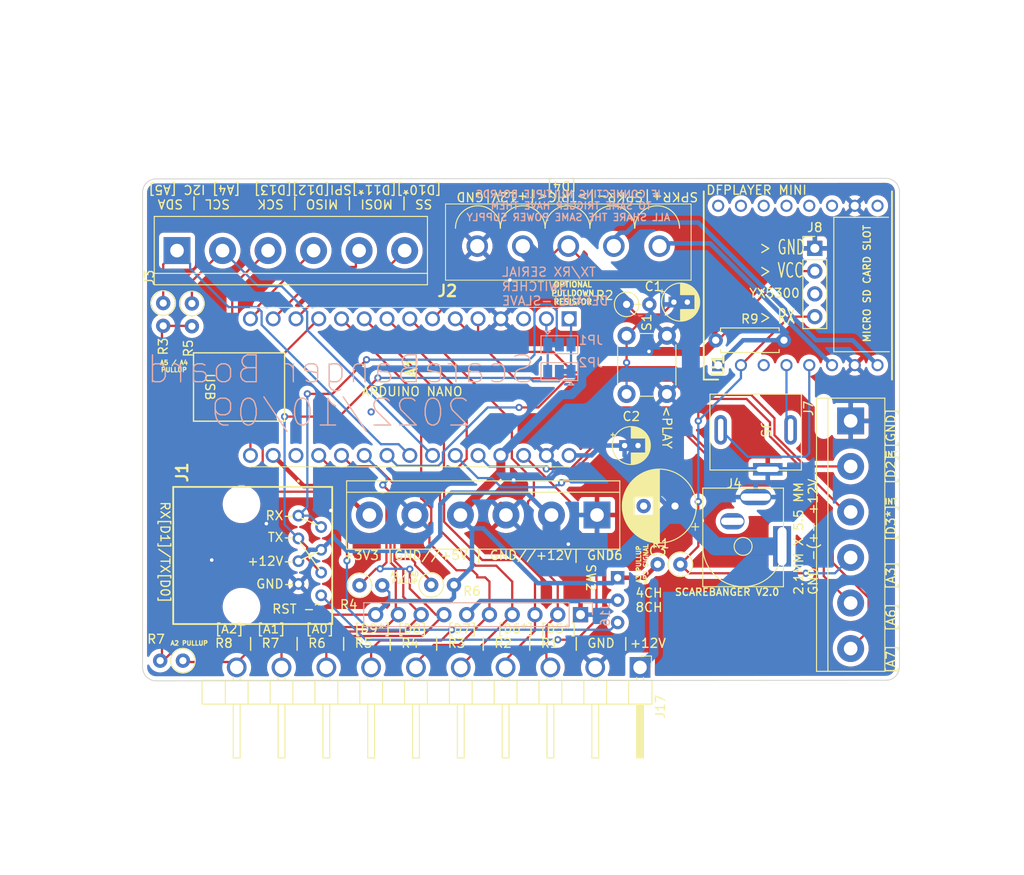
<source format=kicad_pcb>
(kicad_pcb (version 20211014) (generator pcbnew)
  (layers (0 "F.Cu" signal) (31 "B.Cu" signal) (34 "B.Paste" user) (35 "F.Paste" user) (36 "B.SilkS" user "B.Silkscreen") (37 "F.SilkS" user "F.Silkscreen") (38 "B.Mask" user) (39 "F.Mask" user) (44 "Edge.Cuts" user))
  (net 0 "")
  (net 1 "Net-(A1-Pad2)")
  (net 3 "GND")
  (net 4 "Net-(A1-Pad5)")
  (net 5 "Net-(A1-Pad6)")
  (net 6 "Net-(A1-Pad7)")
  (net 7 "Net-(A1-Pad8)")
  (net 8 "Net-(A1-Pad9)")
  (net 9 "Net-(A1-Pad10)")
  (net 10 "Net-(A1-Pad11)")
  (net 11 "Net-(A1-Pad12)")
  (net 12 "+3.3V")
  (net 14 "Net-(A1-Pad19)")
  (net 15 "Net-(A1-Pad20)")
  (net 16 "Net-(A1-Pad21)")
  (net 17 "Net-(A1-Pad13)")
  (net 18 "Net-(A1-Pad23)")
  (net 19 "Net-(A1-Pad24)")
  (net 20 "Net-(A1-Pad22)")
  (net 21 "Net-(A1-Pad26)")
  (net 22 "+5V")
  (net 23 "Net-(A1-Pad28)")
  (net 24 "+12V")
  (net 25 "SPKR -")
  (net 26 "SPKR +")
  (net 27 "Net-(A1-Pad14)")
  (net 28 "Net-(A1-Pad15)")
  (net 29 "Net-(A1-Pad16)")
  (net 30 "Net-(A1-Pad25)")
  (net 32 "Net-(J1-Pad1)")
  (net 33 "Net-(J1-Pad3)")
  (net 34 "Net-(A1-Pad1)")
  (net 35 "Net-(J16-Pad6)")
  (net 36 "Net-(R9-Pad2)")
  (net 45 "Net-(J5-Pad2)")
  (net 46 "Net-(J5-Pad3)")
  (footprint "Resistor_THT:R_Axial_DIN0207_L6.3mm_D2.5mm_P2.54mm_Vertical" (layer "F.Cu") (at 161 129 180)
    (fp_text reference "R1")
    (fp_text value "R")
  )
  (footprint "Resistor_THT:R_Axial_DIN0207_L6.3mm_D2.5mm_P2.54mm_Vertical" (layer "F.Cu") (at 103.3 99.855 -90)
    (fp_text reference "R3")
    (fp_text value "R")
  )
  (footprint "Capacitor_THT:CP_Radial_D4.0mm_P1.50mm" (layer "F.Cu") (at 160.277401 99.75)
    (fp_text reference "C1")
    (fp_text value "1uF")
  )
  (footprint "SamacSys_Parts:ARDNANO30NP" (layer "F.Cu") (at 148.59 101.61 -90)
    (fp_text reference "A1")
    (fp_text value "Arduino_Nano_v3.x" hide)
  )
  (footprint "Resistor_THT:R_Axial_DIN0207_L6.3mm_D2.5mm_P2.54mm_Vertical" (layer "F.Cu") (at 125.2 131.345)
    (fp_text reference "R4")
    (fp_text value "R")
  )
  (footprint "TerminalBlock:TerminalBlock_bornier-6_P5.08mm" (layer "F.Cu") (at 104.84 94)
    (fp_text reference "J3")
    (fp_text value "Screw_Terminal_01x06")
  )
  (footprint "Capacitor_THT:CP_Radial_D4.0mm_P1.50mm" (layer "F.Cu") (at 154.7774 115.75)
    (fp_text reference "C2")
    (fp_text value "1uF")
  )
  (footprint "Resistor_THT:R_Axial_DIN0207_L6.3mm_D2.5mm_P7.62mm_Horizontal" (layer "F.Cu") (at 164.94 104)
    (fp_text reference "R9")
    (fp_text value "1K")
  )
  (footprint "Resistor_THT:R_Axial_DIN0207_L6.3mm_D2.5mm_P2.54mm_Vertical" (layer "F.Cu") (at 133.2 131.3)
    (fp_text reference "R6")
    (fp_text value "R")
  )
  (footprint "custom:SpDt SlideSwitch" (layer "F.Cu") (at 154 130.5 -90)
    (fp_text reference "SW2")
    (fp_text value "SW_SPDT")
  )
  (footprint "TerminalBlock:TerminalBlock_bornier-6_P5.08mm" (layer "F.Cu") (at 151.7 123.5 180)
    (fp_text reference "J6")
    (fp_text value "Screw_Terminal_01x06")
  )
  (footprint "TerminalBlock:TerminalBlock_bornier-6_P5.08mm" (layer "F.Cu") (at 180 113 -90)
    (fp_text reference "J7")
    (fp_text value "Screw_Terminal_01x06")
  )
  (footprint "Connector_PinHeader_2.54mm:PinHeader_1x04_P2.54mm_Vertical" (layer "F.Cu") (at 176 93.75)
    (fp_text reference "J8")
    (fp_text value "Conn_01x04_Female")
  )
  (footprint "Resistor_THT:R_Axial_DIN0207_L6.3mm_D2.5mm_P2.54mm_Vertical" (layer "F.Cu") (at 106.5 99.9 -90)
    (fp_text reference "R5")
    (fp_text value "R")
  )
  (footprint "Capacitor_THT:CP_Radial_D8.0mm_P3.50mm" (layer "F.Cu") (at 160.402651 122.5 180)
    (fp_text reference "C3")
    (fp_text value "470uF 50V")
  )
  (footprint "Resistor_THT:R_Axial_DIN0207_L6.3mm_D2.5mm_P2.54mm_Vertical" (layer "F.Cu") (at 105.5 139.75 180)
    (fp_text reference "R7")
    (fp_text value "R")
  )
  (footprint "SamacSys_Parts:691311500105" (layer "F.Cu") (at 158.66 93.5 180)
    (fp_text reference "J2")
    (fp_text value "1757271" hide)
  )
  (footprint "Button_Switch_THT:SW_PUSH_6mm" (layer "F.Cu") (at 155 110 90)
    (fp_text reference "S1")
    (fp_text value "GPTS203211B")
  )
  (footprint "custom:PinHeader_1x10_P5.0mm_Horizontal" (layer "F.Cu") (at 156.5 140.5 -90)
    (fp_text reference "J17")
    (fp_text value "Screw_Terminal_01x10 -  HILETGO RLEAY BOARD")
  )
  (footprint "custom:PJ-301C HeadPhoneJack" (layer "F.Cu") (at 170 114 -90)
    (fp_text reference "J5")
    (fp_text value "AudioJack2_Ground")
  )
  (footprint "Resistor_THT:R_Axial_DIN0207_L6.3mm_D2.5mm_P2.54mm_Vertical" (layer "F.Cu") (at 155 100)
    (fp_text reference "R2")
    (fp_text value "10K")
  )
  (footprint "SamacSys_Parts:54602908LF" (layer "F.Cu") (at 118.384 123.571 -90)
    (fp_text reference "J1")
    (fp_text value "RJ45" hide)
  )
  (footprint "SamacSys_Parts:DIPS1778W50P254L2100H170Q16N" (layer "F.Cu") (at 165.22 106.78 90)
    (fp_text reference "U1")
    (fp_text value "DFR0299" hide)
  )
  (footprint "custom:Vertical-BarrelJack_54-00287" (layer "F.Cu") (at 168 127 180)
    (fp_text reference "J4")
    (fp_text value "Barrel_Jack_Switch")
  )
  (footprint "Connector_PinSocket_2.54mm:PinSocket_1x10_P2.54mm_Vertical" (layer "B.Cu") (at 149.86 134.62 90)
    (fp_text reference "J16")
    (fp_text value "Conn_01x10_Female - SAINSMART CONNECTOR")
  )
  (footprint "Jumper:SolderJumper-3_P1.3mm_Bridged12_Pad1.0x1.5mm" (layer "B.Cu") (at 147.5 104.5)
    (fp_text reference "JP1")
    (fp_text value "SolderJumper_3_Bridged12")
  )
  (footprint "Jumper:SolderJumper-3_P1.3mm_Bridged12_Pad1.0x1.5mm" (layer "B.Cu") (at 147.5 107.5 180)
    (fp_text reference "JP2")
    (fp_text value "SolderJumper_3_Bridged12")
  )
  (gr_line (start 116.84 105.41) (end 106.68 105.41) (layer "F.SilkS") (width 0.15))
  (gr_line (start 118.237 126.111) (end 120.904 129.794) (layer "F.SilkS") (width 0.15))
  (gr_line (start 118.364 123.698) (end 121.031 124.841) (layer "F.SilkS") (width 0.15))
  (gr_line (start 116.84 113.03) (end 116.84 105.41) (layer "F.SilkS") (width 0.15))
  (gr_line (start 106.68 105.41) (end 106.68 113.03) (layer "F.SilkS") (width 0.15))
  (gr_line (start 106.68 113.03) (end 116.84 113.03) (layer "F.SilkS") (width 0.15))
  (gr_line (start 118.364 128.651) (end 120.777 127.508) (layer "F.SilkS") (width 0.15))
  (gr_arc (start 183.93934 85.93934) (mid 185 86.37868) (end 185.43934 87.43934) (layer "Edge.Cuts") (width 0.1))
  (gr_arc (start 102.5 142) (mid 101.43934 141.56066) (end 101 140.5) (layer "Edge.Cuts") (width 0.1))
  (gr_line (start 183.93934 141.93934) (end 102.5 142) (layer "Edge.Cuts") (width 0.1))
  (gr_line (start 101 140.5) (end 101 87.5) (layer "Edge.Cuts") (width 0.1))
  (gr_line (start 102.5 86) (end 183.93934 85.93934) (layer "Edge.Cuts") (width 0.1))
  (gr_arc (start 101 87.5) (mid 101.43934 86.43934) (end 102.5 86) (layer "Edge.Cuts") (width 0.1))
  (gr_arc (start 185.43934 140.43934) (mid 185 141.5) (end 183.93934 141.93934) (layer "Edge.Cuts") (width 0.1))
  (gr_line (start 185.43934 87.43934) (end 185.43934 140.43934) (layer "Edge.Cuts") (width 0.1))
  (gr_text "TX/RX SERIAL\nSWITCHER\nDEFAULT-SLAVE" (at 141 98) (layer "B.SilkS") (effects (font (size 1 1)) (justify right mirror)))
  (gr_text "IF CONNECTING MULTIPLE BOARDS\nTO SAME TRIGGER HAVE THEM \nALL SHARE THE SAME POWER SUPPLY" (at 148.5 89) (layer "B.SilkS") (effects (font (size 0.8 0.8)) (justify mirror)))
  (gr_text "\nScareBanger Board\n2022/10/09" (at 123.1 107.25) (layer "B.SilkS") (effects (font (size 3 3)) (justify mirror)))
  (gr_text "A3 PULLUP\nMP3 SIGNAL" (at 156.75 129 -270) (layer "F.SilkS") (effects (font (size 0.5 0.5) (thickness 0.125))))
  (gr_text "+12V-" (at 115.316 128.651) (layer "F.SilkS") (effects (font (size 1 1))))
  (gr_text "<PLAY" (at 159.5 111.25 270) (layer "F.SilkS") (effects (font (size 1 1)) (justify left)))
  (gr_text "4CH\n8CH" (at 157.5 133) (layer "F.SilkS") (effects (font (size 1 1))))
  (gr_text "A5 / A4\nPULLUP" (at 104.5 106.9) (layer "F.SilkS") (effects (font (size 0.5 0.5) (thickness 0.125))))
  (gr_text "> GND\n> VCC\n\n> RX" (at 169.75 97.5) (layer "F.SilkS") (effects (font (size 1.6 1)) (justify left)))
  (gr_text "SS | MOSI | MISO | SCK    SCL | SDA\n[D10*][D11*]SPI[D12][D13]  [A4] I2C [A5]" (at 118 88 -180) (layer "F.SilkS") (effects (font (size 1 1))))
  (gr_text "A2 PULLUP" (at 106.2 137.8) (layer "F.SilkS") (effects (font (size 0.5 0.5) (thickness 0.125))))
  (gr_text "RX-" (at 116.332 123.571) (layer "F.SilkS") (effects (font (size 1 1))))
  (gr_text "[A7]  [A6]  [A3]   [D3*]   [D2] [GND]" (at 184.5 141.25 -270) (layer "F.SilkS") (effects (font (size 1 1)) (justify left)))
  (gr_text "USB" (at 108.5 109.2 -90) (layer "F.SilkS") (effects (font (size 1 1))))
  (gr_text "SPKR+|SPKR-|>TRIG<|+12V|GND" (at 149.5 88 -180) (layer "F.SilkS") (effects (font (size 1 1))))
  (gr_text "DFPLAYER MINI" (at 169.5 87.25) (layer "F.SilkS") (effects (font (size 1 1))))
  (gr_text "2.1MM X 5.5 MM\nGND -(+- +12V " (at 175 132.5 -270) (layer "F.SilkS") (effects (font (size 1 1)) (justify left)))
  (gr_text "YX5300" (at 171.5 98.75) (layer "F.SilkS") (effects (font (size 1 1))))
  (gr_text "RST -^" (at 118.11 133.985) (layer "F.SilkS") (effects (font (size 1 1))))
  (gr_text "A1 / A0\nPULLUP" (at 130.25 130.5) (layer "F.SilkS") (effects (font (size 0.5 0.5) (thickness 0.125))))
  (gr_text "[D4]" (at 147.75 86.75 -180) (layer "F.SilkS") (effects (font (size 1 1))))
  (gr_text "GND-" (at 115.824 131.191) (layer "F.SilkS") (effects (font (size 1 1))))
  (gr_text "TX-" (at 116.459 125.984) (layer "F.SilkS") (effects (font (size 1 1))))
  (gr_text "[A2]  [A1]   [A0]   [D9*] [D8]   [D7]   [D6*] [D5*]\nR8  | R7  | R6  | R5  | R4  | R3  | R2  | R1  | GND |+12V\n" (at 109 137) (layer "F.SilkS") (effects (font (size 1 1)) (justify left)))
  (gr_text "RX[D1]/TX[D0]" (at 103.505 127.635 -90) (layer "F.SilkS") (effects (font (size 1 1))))
  (gr_text "INT" (at 184.5 122) (layer "F.SilkS") (effects (font (size 0.6 0.6))))
  (gr_text "INT" (at 184.5 116.75) (layer "F.SilkS") (effects (font (size 0.6 0.6))))
  (gr_text "OPTIONAL\nPULLDOWN\nRESISTOR" (at 149 98.75) (layer "F.SilkS") (effects (font (size 0.6 0.6))))
  (gr_text "ARDUINO NANO" (at 131.064 109.728) (layer "F.SilkS") (effects (font (size 1 1))))
  (gr_text "+3V3 |GND//+5V | GND//+12V| GND" (at 138.5 128) (layer "F.SilkS") (effects (font (size 1 1))))
  (gr_text "SCAREBANGER V2.0" (at 160.3 132.1) (layer "F.SilkS") (effects (font (size 0.8 0.8)) (justify left)))
  (via (at 126.5 112) (size 0.8) (drill 0.4) (layers "F.Cu" "B.Cu") (net 0))
  (segment (start 146.05 104.35) (end 146.2 104.5) (width 0.25) (layer "B.Cu") (net 1))
  (segment (start 146.05 101.61) (end 146.05 104.35) (width 0.25) (layer "B.Cu") (net 1))
  (segment (start 146.2 104.5) (end 146.2 107.5) (width 0.25) (layer "B.Cu") (net 1))
  (segment (start 140.462 122.7695) (end 140.97 122.2615) (width 0.5) (layer "F.Cu") (net 3))
  (via (at 122 123) (size 0.8) (drill 0.4) (layers "F.Cu" "B.Cu") (net 3))
  (via (at 114.808 124.46) (size 0.8) (drill 0.4) (layers "F.Cu" "B.Cu") (net 3))
  (via (at 141.986 97.282) (size 0.8) (drill 0.4) (layers "F.Cu" "B.Cu") (net 3))
  (via (at 148.5 126.75) (size 0.8) (drill 0.4) (layers "F.Cu" "B.Cu") (net 3))
  (via (at 108.712 128.524) (size 0.8) (drill 0.4) (layers "F.Cu" "B.Cu") (net 3))
  (via (at 142.4 119.6) (size 0.8) (drill 0.4) (layers "F.Cu" "B.Cu") (net 3))
  (segment (start 146.767299 118.658006) (end 145.825305 119.6) (width 0.25) (layer "B.Cu") (net 3))
  (segment (start 146.767299 117.567299) (end 146.767299 118.658006) (width 0.25) (layer "B.Cu") (net 3))
  (segment (start 145.825305 119.6) (end 142.4 119.6) (width 0.25) (layer "B.Cu") (net 3))
  (segment (start 146.05 116.85) (end 146.767299 117.567299) (width 0.25) (layer "B.Cu") (net 3))
  (segment (start 174.980431 118.08) (end 180 118.08) (width 0.25) (layer "F.Cu") (net 4))
  (segment (start 162.933687 110.100413) (end 168.899587 110.100413) (width 0.25) (layer "F.Cu") (net 4))
  (segment (start 171.5 114.599569) (end 174.980431 118.08) (width 0.25) (layer "F.Cu") (net 4))
  (segment (start 149.1 107.6) (end 160.433274 107.6) (width 0.25) (layer "F.Cu") (net 4))
  (segment (start 138.43 103.513604) (end 140.216396 105.3) (width 0.25) (layer "F.Cu") (net 4))
  (segment (start 140.216396 105.3) (end 146.8 105.3) (width 0.25) (layer "F.Cu") (net 4))
  (segment (start 160.433274 107.6) (end 162.933687 110.100413) (width 0.25) (layer "F.Cu") (net 4))
  (segment (start 171.5 112.700826) (end 171.5 114.599569) (width 0.25) (layer "F.Cu") (net 4))
  (segment (start 146.8 105.3) (end 149.1 107.6) (width 0.25) (layer "F.Cu") (net 4))
  (segment (start 168.899587 110.100413) (end 171.5 112.700826) (width 0.25) (layer "F.Cu") (net 4))
  (segment (start 138.43 101.61) (end 138.43 103.513604) (width 0.25) (layer "F.Cu") (net 4))
  (segment (start 168.899587 110.100413) (end 168.979587 110.100413) (width 0.25) (layer "F.Cu") (net 4))
  (segment (start 162.747291 110.550413) (end 168.390413 110.550413) (width 0.25) (layer "F.Cu") (net 5))
  (segment (start 171 113.16) (end 171 114.735965) (width 0.25) (layer "F.Cu") (net 5))
  (segment (start 142.53 108.25) (end 147.757208 108.25) (width 0.25) (layer "F.Cu") (net 5))
  (segment (start 160.246878 108.05) (end 162.747291 110.550413) (width 0.25) (layer "F.Cu") (net 5))
  (segment (start 135.89 101.61) (end 142.53 108.25) (width 0.25) (layer "F.Cu") (net 5))
  (segment (start 168.390413 110.550413) (end 171 113.16) (width 0.25) (layer "F.Cu") (net 5))
  (segment (start 179.424035 123.16) (end 180 123.16) (width 0.25) (layer "F.Cu") (net 5))
  (segment (start 171 114.735965) (end 179.424035 123.16) (width 0.25) (layer "F.Cu") (net 5))
  (segment (start 147.957208 108.05) (end 160.246878 108.05) (width 0.25) (layer "F.Cu") (net 5))
  (segment (start 147.757208 108.25) (end 147.957208 108.05) (width 0.25) (layer "F.Cu") (net 5))
  (segment (start 155 100) (end 156.125 101.125) (width 0.25) (layer "F.Cu") (net 6))
  (segment (start 135.96 99) (end 142.195 99) (width 0.25) (layer "F.Cu") (net 6))
  (segment (start 156.125 102.375) (end 155 103.5) (width 0.25) (layer "F.Cu") (net 6))
  (segment (start 148.5 93.5) (end 155 100) (width 0.25) (layer "F.Cu") (net 6))
  (segment (start 155 103.5) (end 155 106.5) (width 0.25) (layer "F.Cu") (net 6))
  (segment (start 142.195 99) (end 148 93.195) (width 0.25) (layer "F.Cu") (net 6))
  (segment (start 158.902401 101.125) (end 160.277401 99.75) (width 0.25) (layer "F.Cu") (net 6))
  (segment (start 133.35 101.61) (end 135.96 99) (width 0.25) (layer "F.Cu") (net 6))
  (segment (start 156.125 101.125) (end 158.902401 101.125) (width 0.25) (layer "F.Cu") (net 6))
  (segment (start 156.125 101.125) (end 156.125 102.375) (width 0.25) (layer "F.Cu") (net 6))
  (via (at 155 106.5) (size 0.8) (drill 0.4) (layers "F.Cu" "B.Cu") (net 6))
  (segment (start 155 106.5) (end 155 110) (width 0.25) (layer "B.Cu") (net 6))
  (segment (start 144.655 119.631953) (end 142.2 117.176953) (width 0.25) (layer "F.Cu") (net 7))
  (segment (start 147.32 131.191) (end 144 127.871) (width 0.25) (layer "F.Cu") (net 7))
  (segment (start 146.05 140.208) (end 146.05 135.89) (width 0.25) (layer "F.Cu") (net 7))
  (segment (start 142.2 117.176953) (end 142.2 113) (width 0.25) (layer "F.Cu") (net 7))
  (segment (start 144 127.871) (end 144 122) (width 0.25) (layer "F.Cu") (net 7))
  (segment (start 144.655 121.345) (end 144.655 119.631953) (width 0.25) (layer "F.Cu") (net 7))
  (segment (start 147.32 134.62) (end 147.32 131.191) (width 0.25) (layer "F.Cu") (net 7))
  (segment (start 144 122) (end 144.655 121.345) (width 0.25) (layer "F.Cu") (net 7))
  (segment (start 142.2 113) (end 130.81 101.61) (width 0.25) (layer "F.Cu") (net 7))
  (segment (start 146.05 135.89) (end 147.32 134.62) (width 0.25) (layer "F.Cu") (net 7))
  (segment (start 137.16 110.5) (end 137.16 117.221) (width 0.25) (layer "F.Cu") (net 8))
  (segment (start 142.367 128.524) (end 144.78 130.937) (width 0.25) (layer "F.Cu") (net 8))
  (segment (start 144.78 136.398) (end 144.78 134.62) (width 0.25) (layer "F.Cu") (net 8))
  (segment (start 134.635 119.746) (end 134.635 124.25594) (width 0.25) (layer "F.Cu") (net 8))
  (segment (start 137.16 117.221) (end 134.635 119.746) (width 0.25) (layer "F.Cu") (net 8))
  (segment (start 128.27 101.61) (end 137.16 110.5) (width 0.25) (layer "F.Cu") (net 8))
  (segment (start 138.90306 128.524) (end 142.367 128.524) (width 0.25) (layer "F.Cu") (net 8))
  (segment (start 144.78 130.937) (end 144.78 134.62) (width 0.25) (layer "F.Cu") (net 8))
  (segment (start 140.97 140.208) (end 144.78 136.398) (width 0.25) (layer "F.Cu") (net 8))
  (segment (start 134.635 124.25594) (end 138.90306 128.524) (width 0.25) (layer "F.Cu") (net 8))
  (segment (start 134.62 110.5) (end 134.62 119.124604) (width 0.25) (layer "F.Cu") (net 9))
  (segment (start 138.159 129.159) (end 140.462 129.159) (width 0.25) (layer "F.Cu") (net 9))
  (segment (start 140.462 129.159) (end 142.24 130.937) (width 0.25) (layer "F.Cu") (net 9))
  (segment (start 134.185 119.559604) (end 134.185 125.185) (width 0.25) (layer "F.Cu") (net 9))
  (segment (start 125.73 101.61) (end 134.62 110.5) (width 0.25) (layer "F.Cu") (net 9))
  (segment (start 142.24 134.62) (end 136.652 140.208) (width 0.25) (layer "F.Cu") (net 9))
  (segment (start 134.62 119.124604) (end 134.185 119.559604) (width 0.25) (layer "F.Cu") (net 9))
  (segment (start 142.24 130.937) (end 142.24 134.62) (width 0.25) (layer "F.Cu") (net 9))
  (segment (start 134.185 125.185) (end 138.159 129.159) (width 0.25) (layer "F.Cu") (net 9))
  (segment (start 123.19 101.61) (end 132.08 110.5) (width 0.25) (layer "F.Cu") (net 10))
  (segment (start 138.335 130.461) (end 139.224 130.461) (width 0.25) (layer "F.Cu") (net 10))
  (segment (start 133.205 122.74406) (end 133.205 124.25594) (width 0.25) (layer "F.Cu") (net 10))
  (segment (start 133.205 124.25594) (end 133 124.46094) (width 0.25) (layer "F.Cu") (net 10))
  (segment (start 133 124.46094) (end 133 126.65) (width 0.25) (layer "F.Cu") (net 10))
  (segment (start 133 126.65) (end 136.017 129.667) (width 0.25) (layer "F.Cu") (net 10))
  (segment (start 139.7 130.937) (end 139.7 134.62) (width 0.25) (layer "F.Cu") (net 10))
  (segment (start 139.7 134.62) (end 136.32 138) (width 0.25) (layer "F.Cu") (net 10))
  (segment (start 136.32 138) (end 133.5 138) (width 0.25) (layer "F.Cu") (net 10))
  (segment (start 133.5 138) (end 131.5 140) (width 0.25) (layer "F.Cu") (net 10))
  (segment (start 139.224 130.461) (end 139.7 130.937) (width 0.25) (layer "F.Cu") (net 10))
  (segment (start 137.795 129.667) (end 138.335 130.207) (width 0.25) (layer "F.Cu") (net 10))
  (segment (start 136.017 129.667) (end 137.795 129.667) (width 0.25) (layer "F.Cu") (net 10))
  (segment (start 132.08 110.5) (end 132.08 121.675) (width 0.25) (layer "F.Cu") (net 10))
  (segment (start 138.335 130.207) (end 138.335 130.461) (width 0.25) (layer "F.Cu") (net 10))
  (segment (start 132.08 121.675) (end 132.13594 121.675) (width 0.25) (layer "F.Cu") (net 10))
  (segment (start 132.13594 121.675) (end 133.205 122.74406) (width 0.25) (layer "F.Cu") (net 10))
  (segment (start 127.5 137.5) (end 126.5 138.5) (width 0.25) (layer "F.Cu") (net 11))
  (segment (start 114.4 107.86) (end 120.331802 101.928198) (width 0.25) (layer "F.Cu") (net 11))
  (segment (start 120.925305 120.9) (end 114.534414 120.9) (width 0.25) (layer "F.Cu") (net 11))
  (segment (start 135.5 136.3) (end 134.3 137.5) (width 0.25) (layer "F.Cu") (net 11))
  (segment (start 114.4 120.765586) (end 114.4 107.86) (width 0.25) (layer "F.Cu") (net 11))
  (segment (start 123.8 123.774695) (end 120.925305 120.9) (width 0.25) (layer "F.Cu") (net 11))
  (segment (start 123.8 128.6) (end 123.8 123.774695) (width 0.25) (layer "F.Cu") (net 11))
  (segment (start 134.3 137.5) (end 127.5 137.5) (width 0.25) (layer "F.Cu") (net 11))
  (segment (start 114.534414 120.9) (end 114.4 120.765586) (width 0.25) (layer "F.Cu") (net 11))
  (segment (start 126.5 138.5) (end 126.5 140) (width 0.25) (layer "F.Cu") (net 11))
  (via (at 135.5 136.3) (size 0.8) (drill 0.4) (layers "F.Cu" "B.Cu") (net 11))
  (via (at 123.8 128.6) (size 0.8) (drill 0.4) (layers "F.Cu" "B.Cu") (net 11))
  (segment (start 126.289977 136.3) (end 123.8 133.810023) (width 0.25) (layer "B.Cu") (net 11))
  (segment (start 135.5 136.3) (end 153.2 136.3) (width 0.25) (layer "B.Cu") (net 11))
  (segment (start 135.5 136.3) (end 126.289977 136.3) (width 0.25) (layer "B.Cu") (net 11))
  (segment (start 123.8 133.810023) (end 123.8 128.6) (width 0.25) (layer "B.Cu") (net 11))
  (segment (start 153.2 136.3) (end 154 135.5) (width 0.25) (layer "B.Cu") (net 11))
  (segment (start 127.15 122.7695) (end 126.7065 122.7695) (width 0.25) (layer "F.Cu") (net 12))
  (segment (start 122.769 120.269) (end 126 123.5) (width 0.5) (layer "F.Cu") (net 12))
  (segment (start 118.989 120.269) (end 122.769 120.269) (width 0.5) (layer "F.Cu") (net 12))
  (segment (start 115.57 116.85) (end 118.989 120.269) (width 0.5) (layer "F.Cu") (net 12))
  (segment (start 133.72 134.62) (end 134.62 134.62) (width 0.25) (layer "F.Cu") (net 14))
  (segment (start 132.24 137) (end 122 137) (width 0.25) (layer "F.Cu") (net 14))
  (segment (start 121.5 137.5) (end 121.5 140) (width 0.25) (layer "F.Cu") (net 14))
  (segment (start 128.205 122.055) (end 128.205 128.795) (width 0.25) (layer "F.Cu") (net 14))
  (segment (start 133.255 134.133299) (end 133.255 134.155) (width 0.25) (layer "F.Cu") (net 14))
  (segment (start 134.62 134.62) (end 132.24 137) (width 0.25) (layer "F.Cu") (net 14))
  (segment (start 132.566701 133.445) (end 133.255 134.133299) (width 0.25) (layer "F.Cu") (net 14))
  (segment (start 133.255 134.155) (end 133.72 134.62) (width 0.25) (layer "F.Cu") (net 14))
  (segment (start 120.65 116.85) (end 123.053 119.253) (width 0.25) (layer "F.Cu") (net 14))
  (segment (start 123.053 119.253) (end 125.403 119.253) (width 0.25) (layer "F.Cu") (net 14))
  (segment (start 132.545 133.445) (end 132.566701 133.445) (width 0.25) (layer "F.Cu") (net 14))
  (segment (start 130.81 131.71) (end 132.545 133.445) (width 0.25) (layer "F.Cu") (net 14))
  (segment (start 130.81 129.54) (end 130.81 131.71) (width 0.25) (layer "F.Cu") (net 14))
  (segment (start 122 137) (end 121.5 137.5) (width 0.25) (layer "F.Cu") (net 14))
  (segment (start 127.045 129.5) (end 127.5 129.5) (width 0.25) (layer "F.Cu") (net 14))
  (segment (start 125.2 131.345) (end 127.045 129.5) (width 0.25) (layer "F.Cu") (net 14))
  (segment (start 125.403 119.253) (end 128.205 122.055) (width 0.25) (layer "F.Cu") (net 14))
  (segment (start 128.205 128.795) (end 127.5 129.5) (width 0.25) (layer "F.Cu") (net 14))
  (via (at 127.5 129.5) (size 0.8) (drill 0.4) (layers "F.Cu" "B.Cu") (net 14))
  (via (at 130.81 129.54) (size 0.8) (drill 0.4) (layers "F.Cu" "B.Cu") (net 14))
  (segment (start 127.5 129.5) (end 130.77 129.5) (width 0.25) (layer "B.Cu") (net 14))
  (segment (start 130.77 129.5) (end 130.81 129.54) (width 0.25) (layer "B.Cu") (net 14))
  (segment (start 132.08 134.62) (end 130.2 136.5) (width 0.25) (layer "F.Cu") (net 15))
  (segment (start 129.958 120.958) (end 127.062793 118.062793) (width 0.25) (layer "F.Cu") (net 15))
  (segment (start 131.4 128.8) (end 131.4 129.095991) (width 0.25) (layer "F.Cu") (net 15))
  (segment (start 129.105 128.405) (end 129.105 128.605) (width 0.25) (layer "F.Cu") (net 15))
  (segment (start 116.5 138) (end 116.5 140) (width 0.25) (layer "F.Cu") (net 15))
  (segment (start 127.062793 118.062793) (end 124.402793 118.062793) (width 0.25) (layer "F.Cu") (net 15))
  (segment (start 129.105 128.405) (end 131.005 128.405) (width 0.25) (layer "F.Cu") (net 15))
  (segment (start 129.958 121.078) (end 129.958 120.958) (width 0.25) (layer "F.Cu") (net 15))
  (segment (start 131.005 128.405) (end 131.4 128.8) (width 0.25) (layer "F.Cu") (net 15))
  (segment (start 124.402793 118.062793) (end 123.19 116.85) (width 0.25) (layer "F.Cu") (net 15))
  (segment (start 118 136.5) (end 116.5 138) (width 0.25) (layer "F.Cu") (net 15))
  (segment (start 129.105 121.931) (end 129.105 128.405) (width 0.25) (layer "F.Cu") (net 15))
  (segment (start 130.2 136.5) (end 118 136.5) (width 0.25) (layer "F.Cu") (net 15))
  (segment (start 130.085 129.585) (end 130.085 132.625) (width 0.25) (layer "F.Cu") (net 15))
  (segment (start 129.958 121.078) (end 129.105 121.931) (width 0.25) (layer "F.Cu") (net 15))
  (segment (start 129.105 128.605) (end 130.085 129.585) (width 0.25) (layer "F.Cu") (net 15))
  (segment (start 133.1 130.795991) (end 133.1 131.745) (width 0.25) (layer "F.Cu") (net 15))
  (segment (start 130.085 132.625) (end 132.08 134.62) (width 0.25) (layer "F.Cu") (net 15))
  (segment (start 131.4 129.095991) (end 133.1 130.795991) (width 0.25) (layer "F.Cu") (net 15))
  (segment (start 128.655 121.744604) (end 128.655 128.791396) (width 0.25) (layer "F.Cu") (net 16))
  (segment (start 115.5 136) (end 111.5 140) (width 0.25) (layer "F.Cu") (net 16))
  (segment (start 129.25 129.386396) (end 129.25 134.33) (width 0.25) (layer "F.Cu") (net 16))
  (segment (start 127.8 120.15) (end 129.024802 121.374802) (width 0.25) (layer "F.Cu") (net 16))
  (segment (start 128.16 136) (end 115.5 136) (width 0.25) (layer "F.Cu") (net 16))
  (segment (start 129.024802 121.374802) (end 128.655 121.744604) (width 0.25) (layer "F.Cu") (net 16))
  (segment (start 129.54 134.62) (end 128.16 136) (width 0.25) (layer "F.Cu") (net 16))
  (segment (start 129.25 134.33) (end 129.54 134.62) (width 0.25) (layer "F.Cu") (net 16))
  (segment (start 105.7 139.9) (end 110.9 139.9) (width 0.25) (layer "F.Cu") (net 16))
  (segment (start 110.9 139.9) (end 111.5 140.5) (width 0.25) (layer "F.Cu") (net 16))
  (segment (start 128.655 128.791396) (end 129.25 129.386396) (width 0.25) (layer "F.Cu") (net 16))
  (via (at 127.8 120.15) (size 0.8) (drill 0.4) (layers "F.Cu" "B.Cu") (net 16))
  (segment (start 127.8 120.15) (end 128.225 119.725) (width 0.25) (layer "B.Cu") (net 16))
  (segment (start 128.225 119.345) (end 125.73 116.85) (width 0.25) (layer "B.Cu") (net 16))
  (segment (start 128.225 119.725) (end 128.225 119.345) (width 0.25) (layer "B.Cu") (net 16))
  (segment (start 128.225 119.725) (end 128.27 119.68) (width 0.25) (layer "B.Cu") (net 16))
  (segment (start 125.24 99) (end 130.24 94) (width 0.25) (layer "F.Cu") (net 17))
  (segment (start 118.11 101.61) (end 120.72 99) (width 0.25) (layer "F.Cu") (net 17))
  (segment (start 120.72 99) (end 125.24 99) (width 0.25) (layer "F.Cu") (net 17))
  (segment (start 103.3 95.54) (end 104.84 94) (width 0.25) (layer "F.Cu") (net 18))
  (segment (start 103.3 99.855) (end 103.3 95.54) (width 0.25) (layer "F.Cu") (net 18))
  (segment (start 114.28 102.290001) (end 114.28 100.818) (width 0.25) (layer "B.Cu") (net 18))
  (segment (start 130.81 116.85) (end 129.56 115.6) (width 0.25) (layer "B.Cu") (net 18))
  (segment (start 129.56 115.6) (end 127.589999 115.6) (width 0.25) (layer "B.Cu") (net 18))
  (segment (start 106.3 96) (end 106.3 95.46) (width 0.25) (layer "B.Cu") (net 18))
  (segment (start 106.3 95.46) (end 104.84 94) (width 0.25) (layer "B.Cu") (net 18))
  (segment (start 114.28 100.818) (end 113.759207 100.297207) (width 0.25) (layer "B.Cu") (net 18))
  (segment (start 110.597207 100.297207) (end 106.3 96) (width 0.25) (layer "B.Cu") (net 18))
  (segment (start 113.759207 100.297207) (end 110.597207 100.297207) (width 0.25) (layer "B.Cu") (net 18))
  (segment (start 127.589999 115.6) (end 114.28 102.290001) (width 0.25) (layer "B.Cu") (net 18))
  (segment (start 106.5 99.9) (end 106.5 97.42) (width 0.25) (layer "F.Cu") (net 19))
  (segment (start 106.5 97.42) (end 109.92 94) (width 0.25) (layer "F.Cu") (net 19))
  (segment (start 116.506415 97.964415) (end 119.36 100.818) (width 0.25) (layer "B.Cu") (net 19))
  (segment (start 113.884415 97.964415) (end 116.506415 97.964415) (width 0.25) (layer "B.Cu") (net 19))
  (segment (start 119.36 102.86) (end 133.35 116.85) (width 0.25) (layer "B.Cu") (net 19))
  (segment (start 109.92 94) (end 113.884415 97.964415) (width 0.25) (layer "B.Cu") (net 19))
  (segment (start 119.36 100.818) (end 119.36 102.86) (width 0.25) (layer "B.Cu") (net 19))
  (segment (start 163 111.439518) (end 163 113) (width 0.25) (layer "F.Cu") (net 20))
  (segment (start 163 127) (end 161 129) (width 0.25) (layer "F.Cu") (net 20))
  (segment (start 162 130) (end 175 130) (width 0.25) (layer "F.Cu") (net 20))
  (segment (start 161 129) (end 162 130) (width 0.25) (layer "F.Cu") (net 20))
  (segment (start 176 101.37) (end 173.17 101.37) (width 0.25) (layer "F.Cu") (net 20))
  (segment (start 163 122) (end 163 127) (width 0.25) (layer "F.Cu") (net 20))
  (segment (start 145.143604 111.5) (end 148.143604 108.5) (width 0.25) (layer "F.Cu") (net 20))
  (segment (start 160.060482 108.5) (end 163 111.439518) (width 0.25) (layer "F.Cu") (net 20))
  (segment (start 143 111.5) (end 145.143604 111.5) (width 0.25) (layer "F.Cu") (net 20))
  (segment (start 148.143604 108.5) (end 160.060482 108.5) (width 0.25) (layer "F.Cu") (net 20))
  (segment (start 173.17 101.37) (end 167.76 106.78) (width 0.25) (layer "F.Cu") (net 20))
  (via (at 175 130) (size 0.8) (drill 0.4) (layers "F.Cu" "B.Cu") (net 20))
  (via (at 163 113) (size 0.8) (drill 0.4) (layers "F.Cu" "B.Cu") (net 20))
  (via (at 163 122) (size 0.8) (drill 0.4) (layers "F.Cu" "B.Cu") (net 20))
  (via (at 143 111.5) (size 0.8) (drill 0.4) (layers "F.Cu" "B.Cu") (net 20))
  (segment (start 178.24 130) (end 180 128.24) (width 0.25) (layer "B.Cu") (net 20))
  (segment (start 134.5075 117.4925) (end 134.5075 116.5) (width 0.25) (layer "B.Cu") (net 20))
  (segment (start 175 130) (end 178.24 130) (width 0.25) (layer "B.Cu") (net 20))
  (segment (start 139.5075 111.5) (end 143 111.5) (width 0.25) (layer "B.Cu") (net 20))
  (segment (start 134.5075 116.5) (end 139.5075 111.5) (width 0.25) (layer "B.Cu") (net 20))
  (segment (start 128.27 116.85) (end 129.4275 118.0075) (width 0.25) (layer "B.Cu") (net 20))
  (segment (start 133.9925 118.0075) (end 134.5075 117.4925) (width 0.25) (layer "B.Cu") (net 20))
  (segment (start 129.4275 118.0075) (end 133.9925 118.0075) (width 0.25) (layer "B.Cu") (net 20))
  (segment (start 163 113) (end 163 122) (width 0.25) (layer "B.Cu") (net 20))
  (segment (start 163 113) (end 167.76 108.24) (width 0.25) (layer "B.Cu") (net 20))
  (segment (start 167.76 108.24) (end 167.76 106.78) (width 0.25) (layer "B.Cu") (net 20))
  (segment (start 146.042299 118.357701) (end 147.323006 118.357701) (width 0.25) (layer "F.Cu") (net 21))
  (segment (start 147.323006 118.357701) (end 147.865305 118.9) (width 0.25) (layer "F.Cu") (net 21))
  (segment (start 182 136.4) (end 180 138.4) (width 0.25) (layer "F.Cu") (net 21))
  (segment (start 178 128.82094) (end 180.17906 131) (width 0.25) (layer "F.Cu") (net 21))
  (segment (start 173.75 119.75) (end 178 124) (width 0.25) (layer "F.Cu") (net 21))
  (segment (start 180.17906 131) (end 180.26094 131) (width 0.25) (layer "F.Cu") (net 21))
  (segment (start 167.5 119.75) (end 173.75 119.75) (width 0.25) (layer "F.Cu") (net 21))
  (segment (start 160.925 113.175) (end 167.5 119.75) (width 0.25) (layer "F.Cu") (net 21))
  (segment (start 148.176953 118.9) (end 151.259188 115.817765) (width 0.25) (layer "F.Cu") (net 21))
  (segment (start 147.865305 118.9) (end 148.176953 118.9) (width 0.25) (layer "F.Cu") (net 21))
  (segment (start 151.259188 111.5) (end 160.925 111.5) (width 0.25) (layer "F.Cu") (net 21))
  (segment (start 178 124) (end 178 128.82094) (width 0.25) (layer "F.Cu") (net 21))
  (segment (start 160.925 111.5) (end 160.925 113.175) (width 0.25) (layer "F.Cu") (net 21))
  (segment (start 180.26094 131) (end 182 132.73906) (width 0.25) (layer "F.Cu") (net 21))
  (segment (start 182 132.73906) (end 182 136.4) (width 0.25) (layer "F.Cu") (net 21))
  (segment (start 151.259188 115.817765) (end 151.259188 111.5) (width 0.25) (layer "F.Cu") (net 21))
  (via (at 146.042299 118.357701) (size 0.8) (drill 0.4) (layers "F.Cu" "B.Cu") (net 21))
  (segment (start 145.794598 118.11) (end 139.69 118.11) (width 0.25) (layer "B.Cu") (net 21))
  (segment (start 146.042299 118.357701) (end 145.794598 118.11) (width 0.25) (layer "B.Cu") (net 21))
  (segment (start 139.69 118.11) (end 138.43 116.85) (width 0.25) (layer "B.Cu") (net 21))
  (segment (start 103.16 139.9) (end 106.46 136.6) (width 0.25) (layer "F.Cu") (net 22))
  (segment (start 106.46 136.6) (end 114.263604 136.6) (width 0.25) (layer "F.Cu") (net 22))
  (segment (start 157.5 105.25) (end 163.69 105.25) (width 1) (layer "F.Cu") (net 22))
  (segment (start 114.263604 136.6) (end 116.243604 134.62) (width 0.25) (layer "F.Cu") (net 22))
  (segment (start 140.97 118.69) (end 136.16 123.5) (width 1) (layer "F.Cu") (net 22))
  (segment (start 116.243604 134.62) (end 127 134.62) (width 0.25) (layer "F.Cu") (net 22))
  (segment (start 103.3 102.395) (end 106.455 102.395) (width 0.25) (layer "F.Cu") (net 22))
  (segment (start 154 130.5) (end 156.96 130.5) (width 0.5) (layer "F.Cu") (net 22))
  (segment (start 176 96.29) (end 172.9 96.29) (width 0.25) (layer "F.Cu") (net 22))
  (segment (start 156.96 130.5) (end 158.46 129) (width 0.5) (layer "F.Cu") (net 22))
  (segment (start 172.9 96.29) (end 165.19 104) (width 0.25) (layer "F.Cu") (net 22))
  (segment (start 163.69 105.25) (end 164.94 104) (width 1) (layer "F.Cu") (net 22))
  (segment (start 140.97 116.85) (end 140.97 118.69) (width 1) (layer "F.Cu") (net 22))
  (segment (start 103.16 102.535) (end 103.3 102.395) (width 0.25) (layer "F.Cu") (net 22))
  (segment (start 106.455 102.395) (end 106.5 102.44) (width 0.25) (layer "F.Cu") (net 22))
  (segment (start 103.16 139.9) (end 103.16 102.535) (width 0.25) (layer "F.Cu") (net 22))
  (via (at 157.5 105.25) (size 0.8) (drill 0.4) (layers "F.Cu" "B.Cu") (net 22))
  (segment (start 135.6 130.9) (end 135.326 131.174) (width 0.5) (layer "B.Cu") (net 22))
  (segment (start 137.75 125) (end 137.75 125.25) (width 0.5) (layer "B.Cu") (net 22))
  (segment (start 128.52 133.1) (end 127 134.62) (width 0.5) (layer "B.Cu") (net 22))
  (segment (start 128.52 132.125) (end 127.74 131.345) (width 0.25) (layer "B.Cu") (net 22))
  (segment (start 147.747897 110.072103) (end 148.877897 110.072103) (width 1) (layer "B.Cu") (net 22))
  (segment (start 137.66 125) (end 136.16 123.5) (width 0.5) (layer "B.Cu") (net 22))
  (segment (start 135.74 132.686) (end 135.74 131.3) (width 0.5) (layer "B.Cu") (net 22))
  (segment (start 137.75 129.29) (end 137.75 125.25) (width 0.5) (layer "B.Cu") (net 22))
  (segment (start 137.75 125.25) (end 138 125) (width 0.5) (layer "B.Cu") (net 22))
  (segment (start 139 125) (end 145.1 131.1) (width 0.5) (layer "B.Cu") (net 22))
  (segment (start 135.326 133.1) (end 128.52 133.1) (width 0.5) (layer "B.Cu") (net 22))
  (segment (start 148.877897 110.072103) (end 150 108.95) (width 1) (layer "B.Cu") (net 22))
  (segment (start 151.25 105.25) (end 157.5 105.25) (width 1) (layer "B.Cu") (net 22))
  (segment (start 150 106.5) (end 151.25 105.25) (width 1) (layer "B.Cu") (net 22))
  (segment (start 140.97 116.85) (end 147.747897 110.072103) (width 1) (layer "B.Cu") (net 22))
  (segment (start 128.52 133.1) (end 128.52 132.125) (width 0.25) (layer "B.Cu") (net 22))
  (segment (start 138 125) (end 139 125) (width 0.5) (layer "B.Cu") (net 22))
  (segment (start 150 108.95) (end 150 106.5) (width 1) (layer "B.Cu") (net 22))
  (segment (start 137.75 125) (end 137.66 125) (width 0.5) (layer "B.Cu") (net 22))
  (segment (start 145.1 131.1) (end 153.4 131.1) (width 0.5) (layer "B.Cu") (net 22))
  (segment (start 135.74 131.3) (end 137.75 129.29) (width 0.5) (layer "B.Cu") (net 22))
  (segment (start 135.326 133.1) (end 135.74 132.686) (width 0.5) (layer "B.Cu") (net 22))
  (segment (start 153.4 131.1) (end 154 130.5) (width 0.5) (layer "B.Cu") (net 22))
  (segment (start 143.51 116.85) (end 149 122.34) (width 0.25) (layer "F.Cu") (net 23))
  (segment (start 151.638 135.192) (end 149.416 137.414) (width 0.25) (layer "F.Cu") (net 23))
  (segment (start 149 124.606695) (end 151.01 126.616695) (width 0.25) (layer "F.Cu") (net 23))
  (segment (start 149 122.34) (end 149 124.606695) (width 0.25) (layer "F.Cu") (net 23))
  (segment (start 149.416 137.414) (end 147.32 137.414) (width 0.25) (layer "F.Cu") (net 23))
  (segment (start 151.638 128.618) (end 151.638 135.192) (width 0.25) (layer "F.Cu") (net 23))
  (segment (start 151.003 127.983) (end 151.638 128.618) (width 0.25) (layer "F.Cu") (net 23))
  (segment (start 151.01 126.616695) (end 151.01 127.99) (width 0.25) (layer "F.Cu") (net 23))
  (via (at 147.32 137.414) (size 0.8) (drill 0.4) (layers "F.Cu" "B.Cu") (net 23))
  (segment (start 147.32 137.414) (end 125.877 137.414) (width 0.25) (layer "B.Cu") (net 23))
  (segment (start 125.877 137.414) (end 120.924 132.461) (width 0.25) (layer "B.Cu") (net 23))
  (segment (start 156.5 140.5) (end 158.047839 138.952161) (width 1) (layer "B.Cu") (net 24))
  (segment (start 162.166526 110.444744) (end 162.166526 102.833474) (width 2) (layer "B.Cu") (net 24))
  (segment (start 154.7774 116.874749) (end 160.402651 122.5) (width 0.5) (layer "B.Cu") (net 24))
  (segment (start 120.924 127.381) (end 119.654 127.381) (width 0.5) (layer "B.Cu") (net 24))
  (segment (start 148.59 116.85) (end 151.1 116.85) (width 0.5) (layer "B.Cu") (net 24))
  (segment (start 119.654 127.381) (end 118.384 128.651) (width 0.5) (layer "B.Cu") (net 24))
  (segment (start 146.62 127.132742) (end 146.62 123.5) (width 2) (layer "B.Cu") (net 24))
  (segment (start 165.75 99.25) (end 163.693424 97.193424) (width 2) (layer "B.Cu") (net 24))
  (segment (start 122.301 125.857) (end 122.301 126.004) (width 0.5) (layer "B.Cu") (net 24))
  (segment (start 143.82 121) (end 146.32 123.5) (width 0.5) (layer "B.Cu") (net 24))
  (segment (start 164.902651 127) (end 160.402651 122.5) (width 2) (layer "B.Cu") (net 24))
  (segment (start 135.5 121) (end 143.82 121) (width 0.5) (layer "B.Cu") (net 24))
  (segment (start 122.301 126.004) (end 120.924 127.381) (width 0.5) (layer "B.Cu") (net 24))
  (segment (start 151.1 116.85) (end 152.2 115.75) (width 0.5) (layer "B.Cu") (net 24))
  (segment (start 160.402651 112.208619) (end 162.166526 110.444744) (width 2) (layer "B.Cu") (net 24))
  (segment (start 147.837258 128.35) (end 146.62 127.132742) (width 2) (layer "B.Cu") (net 24))
  (segment (start 162.166526 102.833474) (end 165.75 99.25) (width 2) (layer "B.Cu") (net 24))
  (segment (start 134.21 122.29) (end 135.5 121) (width 0.5) (layer "B.Cu") (net 24))
  (segment (start 132.5 127.5) (end 134.21 125.79) (width 0.5) (layer "B.Cu") (net 24))
  (segment (start 154.7774 115.75) (end 154.7774 116.874749) (width 0.5) (layer "B.Cu") (net 24))
  (segment (start 163.693424 97.193424) (end 147.113424 97.193424) (width 2) (layer "B.Cu") (net 24))
  (segment (start 160.402651 122.5) (end 160.402651 112.208619) (width 2) (layer "B.Cu") (net 24))
  (segment (start 122.301 126.004) (end 123.797 127.5) (width 0.5) (layer "B.Cu") (net 24))
  (segment (start 134.21 125.79) (end 134.21 122.29) (width 0.5) (layer "B.Cu") (net 24))
  (segment (start 160.402651 122.5) (end 154.552651 128.35) (width 2) (layer "B.Cu") (net 24))
  (segment (start 158.047839 138.952161) (end 158.047839 131.047839) (width 1) (layer "B.Cu") (net 24))
  (segment (start 152.2 115.75) (end 154.7774 115.75) (width 0.5) (layer "B.Cu") (net 24))
  (segment (start 123.797 127.5) (end 132.5 127.5) (width 0.5) (layer "B.Cu") (net 24))
  (segment (start 147.113424 97.193424) (end 143.42 93.5) (width 2) (layer "B.Cu") (net 24))
  (segment (start 172.35 127) (end 164.902651 127) (width 2) (layer "B.Cu") (net 24))
  (segment (start 154.552651 128.35) (end 147.837258 128.35) (width 2) (layer "B.Cu") (net 24))
  (segment (start 156.127103 90.872897) (end 163.002847 90.872897) (width 0.5) (layer "B.Cu") (net 25))
  (segment (start 154.275 92) (end 155 92) (width 0.5) (layer "B.Cu") (net 25))
  (segment (start 163.002847 90.872897) (end 176.12995 104) (width 0.5) (layer "B.Cu") (net 25))
  (segment (start 155 92) (end 156.127103 90.872897) (width 0.5) (layer "B.Cu") (net 25))
  (segment (start 153.08 93.195) (end 154.275 92) (width 0.5) (layer "B.Cu") (net 25))
  (segment (start 176.12995 104) (end 180.22 104) (width 0.5) (layer "B.Cu") (net 25))
  (segment (start 180.22 104) (end 183 106.78) (width 0.5) (layer "B.Cu") (net 25))
  (segment (start 158.16 93.195) (end 164.335 93.195) (width 0.5) (layer "B.Cu") (net 26))
  (segment (start 164.335 93.195) (end 177.92 106.78) (width 0.5) (layer "B.Cu") (net 26))
  (segment (start 121.355 95.825) (end 115.57 101.61) (width 0.25) (layer "F.Cu") (net 27))
  (segment (start 124.795 94.365) (end 125.16 94) (width 0.25) (layer "F.Cu") (net 27))
  (segment (start 124.795 95.825) (end 121.355 95.825) (width 0.25) (layer "F.Cu") (net 27))
  (segment (start 124.795 95.825) (end 124.795 94.365) (width 0.25) (layer "F.Cu") (net 27))
  (segment (start 113.93 100.71) (end 113.93 100.15) (width 0.25) (layer "F.Cu") (net 28))
  (segment (start 113.93 100.15) (end 120.08 94) (width 0.25) (layer "F.Cu") (net 28))
  (segment (start 113.03 101.61) (end 113.93 100.71) (width 0.25) (layer "F.Cu") (net 28))
  (segment (start 113.03 105.156) (end 110.998 103.124) (width 0.25) (layer "F.Cu") (net 29))
  (segment (start 113.03 116.85) (end 113.03 105.156) (width 0.25) (layer "F.Cu") (net 29))
  (segment (start 110.998 98.002) (end 115 94) (width 0.25) (layer "F.Cu") (net 29))
  (segment (start 110.998 103.124) (end 110.998 98.002) (width 0.25) (layer "F.Cu") (net 29))
  (segment (start 150.05 119.35) (end 150.05 117.663349) (width 0.25) (layer "F.Cu") (net 30))
  (segment (start 160.475 113.361396) (end 167.325 120.211396) (width 0.25) (layer "F.Cu") (net 30))
  (segment (start 177 130.32) (end 180 133.32) (width 0.25) (layer "F.Cu") (net 30))
  (segment (start 147.7405 119.9005) (end 147.941 119.7) (width 0.25) (layer "F.Cu") (net 30))
  (segment (start 151.709188 116.004161) (end 151.709188 112) (width 0.25) (layer "F.Cu") (net 30))
  (segment (start 149.7 119.7) (end 150.05 119.35) (width 0.25) (layer "F.Cu") (net 30))
  (segment (start 177 123.636396) (end 177 130.32) (width 0.25) (layer "F.Cu") (net 30))
  (segment (start 160.475 112) (end 160.475 113.361396) (width 0.25) (layer "F.Cu") (net 30))
  (segment (start 150.05 117.663349) (end 151.709188 116.004161) (width 0.25) (layer "F.Cu") (net 30))
  (segment (start 173.575 120.211396) (end 177 123.636396) (width 0.25) (layer "F.Cu") (net 30))
  (segment (start 167.325 120.211396) (end 173.575 120.211396) (width 0.25) (layer "F.Cu") (net 30))
  (segment (start 147.941 119.7) (end 149.7 119.7) (width 0.25) (layer "F.Cu") (net 30))
  (segment (start 151.709188 112) (end 160.475 112) (width 0.25) (layer "F.Cu") (net 30))
  (via (at 147.7405 119.9005) (size 0.8) (drill 0.4) (layers "F.Cu" "B.Cu") (net 30))
  (segment (start 147.158274 120.175) (end 146.933274 120.4) (width 0.25) (layer "B.Cu") (net 30))
  (segment (start 147.7405 119.9005) (end 147.466 120.175) (width 0.25) (layer "B.Cu") (net 30))
  (segment (start 147.466 120.175) (end 147.158274 120.175) (width 0.25) (layer "B.Cu") (net 30))
  (segment (start 141 120.4) (end 139.98 119.38) (width 0.25) (layer "B.Cu") (net 30))
  (segment (start 139.98 119.38) (end 138.42 119.38) (width 0.25) (layer "B.Cu") (net 30))
  (segment (start 146.933274 120.4) (end 141 120.4) (width 0.25) (layer "B.Cu") (net 30))
  (segment (start 138.42 119.38) (end 135.89 116.85) (width 0.25) (layer "B.Cu") (net 30))
  (segment (start 122.174 109.982) (end 119.38 109.982) (width 0.25) (layer "F.Cu") (net 32))
  (segment (start 125.984 106.172) (end 122.174 109.982) (width 0.25) (layer "F.Cu") (net 32))
  (via (at 125.984 106.172) (size 0.8) (drill 0.4) (layers "F.Cu" "B.Cu") (net 32))
  (via (at 119.38 109.982) (size 0.8) (drill 0.4) (layers "F.Cu" "B.Cu") (net 32))
  (segment (start 147.209999 100.709999) (end 146.5 100) (width 0.25) (layer "B.Cu") (net 32))
  (segment (start 119.38 109.982) (end 119.38 122.575) (width 0.25) (layer "B.Cu") (net 32))
  (segment (start 144.722793 100.277207) (end 144.722793 105.621207) (width 0.25) (layer "B.Cu") (net 32))
  (segment (start 145 100) (end 144.722793 100.277207) (width 0.25) (layer "B.Cu") (net 32))
  (segment (start 144.172 106.172) (end 125.984 106.172) (width 0.25) (layer "B.Cu") (net 32))
  (segment (start 147.209999 104.209999) (end 147.209999 100.709999) (width 0.25) (layer "B.Cu") (net 32))
  (segment (start 119.38 122.575) (end 118.384 123.571) (width 0.25) (layer "B.Cu") (net 32))
  (segment (start 147.5 104.5) (end 147.209999 104.209999) (width 0.25) (layer "B.Cu") (net 32))
  (segment (start 144.722793 105.621207) (end 144.172 106.172) (width 0.25) (layer "B.Cu") (net 32))
  (segment (start 119.654 123.571) (end 120.924 124.841) (width 0.25) (layer "B.Cu") (net 32))
  (segment (start 118.384 123.571) (end 119.654 123.571) (width 0.25) (layer "B.Cu") (net 32))
  (segment (start 146.5 100) (end 145 100) (width 0.25) (layer "B.Cu") (net 32))
  (segment (start 122.936 112.522) (end 116.84 112.522) (width 0.25) (layer "F.Cu") (net 33))
  (segment (start 119.3605 127.0875) (end 119.3605 128.3575) (width 0.25) (layer "F.Cu") (net 33))
  (segment (start 127.254 108.204) (end 122.936 112.522) (width 0.25) (layer "F.Cu") (net 33))
  (segment (start 119.3605 128.3575) (end 120.924 129.921) (width 0.25) (layer "F.Cu") (net 33))
  (segment (start 118.384 126.111) (end 119.3605 127.0875) (width 0.25) (layer "F.Cu") (net 33))
  (via (at 116.84 112.522) (size 0.8) (drill 0.4) (layers "F.Cu" "B.Cu") (net 33))
  (via (at 127.254 108.204) (size 0.8) (drill 0.4) (layers "F.Cu" "B.Cu") (net 33))
  (segment (start 116.84 112.522) (end 116.84 124.567) (width 0.25) (layer "B.Cu") (net 33))
  (segment (start 144.204 108.204) (end 144.575 108.575) (width 0.25) (layer "B.Cu") (net 33))
  (segment (start 147.425 108.575) (end 147.5 108.5) (width 0.25) (layer "B.Cu") (net 33))
  (segment (start 127.254 108.204) (end 144.204 108.204) (width 0.25) (layer "B.Cu") (net 33))
  (segment (start 144.575 108.575) (end 147.425 108.575) (width 0.25) (layer "B.Cu") (net 33))
  (segment (start 116.84 124.567) (end 118.384 126.111) (width 0.25) (layer "B.Cu") (net 33))
  (segment (start 147.5 108.5) (end 147.5 107.5) (width 0.25) (layer "B.Cu") (net 33))
  (segment (start 148.8 101.82) (end 148.59 101.61) (width 0.25) (layer "F.Cu") (net 34))
  (segment (start 148.8 104.5) (end 148.8 107.5) (width 0.25) (layer "B.Cu") (net 34))
  (segment (start 148.8 101.82) (end 148.59 101.61) (width 0.25) (layer "B.Cu") (net 34))
  (segment (start 148.8 104.5) (end 148.8 101.82) (width 0.25) (layer "B.Cu") (net 34))
  (segment (start 153.9 133.1) (end 154 133) (width 0.25) (layer "B.Cu") (net 35))
  (segment (start 138.68 133.1) (end 153.9 133.1) (width 0.5) (layer "B.Cu") (net 35))
  (segment (start 137.16 134.62) (end 138.68 133.1) (width 0.5) (layer "B.Cu") (net 35))
  (segment (start 168 104) (end 165.22 106.78) (width 0.5) (layer "B.Cu") (net 36))
  (segment (start 172.81 104) (end 168 104) (width 0.5) (layer "B.Cu") (net 36))
  (segment (start 172.84 106.78) (end 172.84 113.54) (width 0.25) (layer "B.Cu") (net 45))
  (segment (start 172.84 113.54) (end 173.3 114) (width 0.25) (layer "B.Cu") (net 45))
  (segment (start 175.38 116.62) (end 175 117) (width 0.25) (layer "B.Cu") (net 46))
  (segment (start 175 117) (end 168.5 117) (width 0.25) (layer "B.Cu") (net 46))
  (segment (start 168.5 117) (end 165.5 114) (width 0.25) (layer "B.Cu") (net 46))
  (segment (start 175.38 106.78) (end 175.38 116.62) (width 0.25) (layer "B.Cu") (net 46))
  (zone (net 3) (net_name "GND") (layer "F.Cu") (connect_pads (clearance 0.508)) (min_thickness 0.254) (fill yes (thermal_gap 0.508) (thermal_bridge_width 0.508))
    (polygon (pts (xy 199.34 150.5) (xy 97.17 150.5) (xy 97.17 71.76) (xy 199.34 71.76)))
  )
  (zone (net 3) (net_name "GND") (layer "B.Cu") (connect_pads (clearance 0.508)) (min_thickness 0.254) (fill yes (thermal_gap 0.508) (thermal_bridge_width 0.508))
    (polygon (pts (xy 195.88 149.86) (xy 85.09 149.86) (xy 85.09 66.04) (xy 195.88 66.04)))
  )
)
</source>
